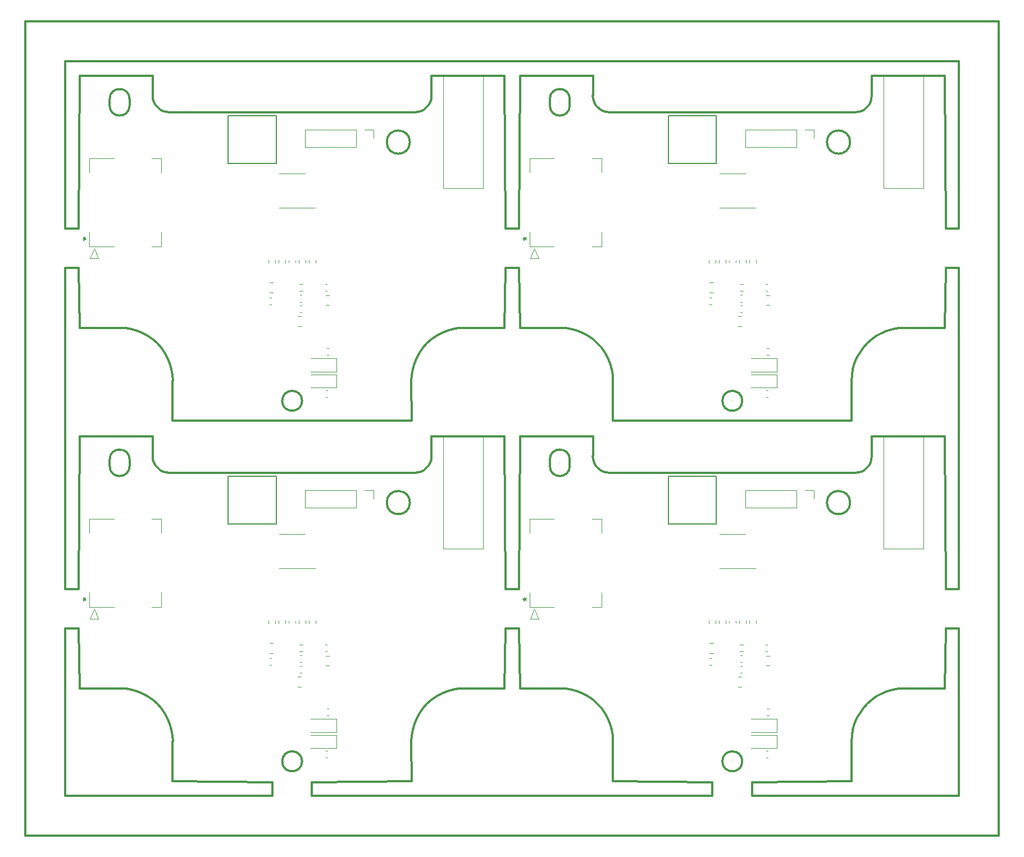
<source format=gto>
%TF.GenerationSoftware,KiCad,Pcbnew,(6.0.0)*%
%TF.CreationDate,2022-02-12T17:38:03+08:00*%
%TF.ProjectId,SX7H02050048PB,53583748-3032-4303-9530-30343850422e,rev?*%
%TF.SameCoordinates,Original*%
%TF.FileFunction,Legend,Top*%
%TF.FilePolarity,Positive*%
%FSLAX46Y46*%
G04 Gerber Fmt 4.6, Leading zero omitted, Abs format (unit mm)*
G04 Created by KiCad (PCBNEW (6.0.0)) date 2022-02-12 17:38:03*
%MOMM*%
%LPD*%
G01*
G04 APERTURE LIST*
%TA.AperFunction,Profile*%
%ADD10C,0.350000*%
%TD*%
%TA.AperFunction,Profile*%
%ADD11C,0.010049*%
%TD*%
%TA.AperFunction,Profile*%
%ADD12C,0.010050*%
%TD*%
%ADD13C,0.150000*%
%ADD14C,0.120000*%
G04 APERTURE END LIST*
D10*
X129525000Y-134700122D02*
X129525000Y-136700122D01*
X123525000Y-134700122D02*
X123525000Y-136700122D01*
X129525000Y-136700122D02*
X160700000Y-136700122D01*
X63175000Y-136700122D02*
X123525000Y-136700122D01*
X129525000Y-134700122D02*
X144525000Y-134525122D01*
X108525000Y-134525122D02*
X123525000Y-134700122D01*
X63175000Y-134700122D02*
X63175000Y-136700122D01*
X57175000Y-134700122D02*
X57175000Y-136700122D01*
X26000000Y-136700122D02*
X57175000Y-136700122D01*
X63175000Y-134700122D02*
X78175000Y-134525122D01*
X42175000Y-134525122D02*
X57175000Y-134700122D01*
X158700000Y-111525091D02*
X160700000Y-111525091D01*
X158700000Y-105525091D02*
X160700000Y-105525091D01*
X160700000Y-111525091D02*
X160700000Y-136700122D01*
X160700000Y-57175030D02*
X160700000Y-105525091D01*
X158700000Y-111525091D02*
X158525000Y-120525122D01*
X158525000Y-82525061D02*
X158700000Y-105525091D01*
X92350000Y-111525091D02*
X94350000Y-111525091D01*
X92350000Y-105525091D02*
X94350000Y-105525091D01*
X94350000Y-111525091D02*
X94525000Y-120525122D01*
X94525000Y-82525061D02*
X94350000Y-105525091D01*
X92350000Y-111525091D02*
X92175000Y-120525122D01*
X92175000Y-82525061D02*
X92350000Y-105525091D01*
X26000000Y-111525091D02*
X28000000Y-111525091D01*
X26000000Y-105525091D02*
X28000000Y-105525091D01*
X28000000Y-111525091D02*
X28175000Y-120525122D01*
X28175000Y-82525061D02*
X28000000Y-105525091D01*
X26000000Y-111525091D02*
X26000000Y-136700122D01*
X26000000Y-57175030D02*
X26000000Y-105525091D01*
X158700000Y-57175030D02*
X160700000Y-57175030D01*
X158700000Y-51175030D02*
X160700000Y-51175030D01*
X160700000Y-26000000D02*
X160700000Y-51175030D01*
X158700000Y-57175030D02*
X158525000Y-66175061D01*
X158525000Y-28175000D02*
X158700000Y-51175030D01*
X92350000Y-57175030D02*
X94350000Y-57175030D01*
X92350000Y-51175030D02*
X94350000Y-51175030D01*
X94350000Y-57175030D02*
X94525000Y-66175061D01*
X94525000Y-28175000D02*
X94350000Y-51175030D01*
X92350000Y-57175030D02*
X92175000Y-66175061D01*
X92175000Y-28175000D02*
X92350000Y-51175030D01*
X26000000Y-57175030D02*
X28000000Y-57175030D01*
X26000000Y-51175030D02*
X28000000Y-51175030D01*
X28000000Y-57175030D02*
X28175000Y-66175061D01*
X28175000Y-28175000D02*
X28000000Y-51175030D01*
X26000000Y-26000000D02*
X26000000Y-51175030D01*
X107063636Y-87845923D02*
X106629371Y-87613806D01*
X108336707Y-126742102D02*
X108487220Y-127627966D01*
X147529212Y-122260596D02*
X148262061Y-121740637D01*
X107309485Y-124262122D02*
X107744117Y-125048560D01*
X105525000Y-85525061D02*
X105525000Y-82525061D01*
X108025000Y-88037146D02*
X107534888Y-87988928D01*
X144525000Y-134525122D02*
X144512427Y-128525122D01*
X107534888Y-87988928D02*
X107063636Y-87845923D01*
X144713294Y-126742102D02*
X144962073Y-125878699D01*
X144512427Y-128525122D02*
X144562781Y-127627966D01*
X106789527Y-123529334D02*
X107309485Y-124262122D01*
X145740516Y-124262122D02*
X146260474Y-123529334D01*
X105704139Y-86486426D02*
X105561133Y-86015173D01*
X147113746Y-86920691D02*
X146801307Y-87301367D01*
X149878638Y-120962134D02*
X150742041Y-120713355D01*
X99025000Y-87019080D02*
X99025000Y-86019080D01*
X108087928Y-125878699D02*
X108336707Y-126742102D01*
X105525000Y-82525061D02*
X94525000Y-82525061D01*
X128028967Y-131525122D02*
G75*
G03*
X128028967Y-131525122I-1499999J0D01*
G01*
X147525000Y-85525061D02*
X147537085Y-85525061D01*
X107744117Y-125048560D02*
X108087928Y-125878699D01*
X158525000Y-82525061D02*
X147525000Y-82525061D01*
X105936255Y-86920691D02*
X105704139Y-86486426D01*
X108487220Y-127627966D02*
X108537574Y-128525122D01*
X105512915Y-85525061D02*
X105525000Y-85525061D01*
X150742041Y-120713355D02*
X151627906Y-120562842D01*
X144285436Y-92520422D02*
G75*
G03*
X144285436Y-92520422I-1749999J0D01*
G01*
X102025000Y-86019080D02*
G75*
G03*
X99025000Y-86019080I-1500000J0D01*
G01*
X99025000Y-87019080D02*
G75*
G03*
X102025000Y-87019080I1500000J0D01*
G01*
X144562781Y-127627966D02*
X144713294Y-126742102D01*
X103171363Y-120962134D02*
X104001502Y-121306006D01*
X108537574Y-128525122D02*
X108525000Y-128525122D01*
X101422095Y-120562842D02*
X102307959Y-120713355D01*
X146260474Y-123529334D02*
X146859229Y-122859351D01*
X148262061Y-121740637D02*
X149048499Y-121306006D01*
D11*
X126533992Y-131525122D02*
G75*
G03*
X126533992Y-131525122I-5024J0D01*
G01*
D10*
X152525000Y-120525122D02*
X158525000Y-120525122D01*
X106190772Y-122859351D02*
X106789527Y-123529334D01*
X94525000Y-120525122D02*
X100525000Y-120512488D01*
X147537085Y-85525061D02*
X147488868Y-86015173D01*
X146859229Y-122859351D02*
X147529212Y-122260596D01*
X145305884Y-125048560D02*
X145740516Y-124262122D01*
X106248694Y-87301367D02*
X105936255Y-86920691D01*
D11*
X142540461Y-92520422D02*
G75*
G03*
X142540461Y-92520422I-5024J0D01*
G01*
D10*
X105520789Y-122260596D02*
X106190772Y-122859351D01*
X147488868Y-86015173D02*
X147345862Y-86486426D01*
X152525000Y-120512488D02*
X152525000Y-120525122D01*
X145025000Y-88025061D02*
X108025000Y-88025061D01*
X145515113Y-87988928D02*
X145025000Y-88037146D01*
X102025000Y-86019080D02*
X102025000Y-87019080D01*
X147345862Y-86486426D02*
X147113746Y-86920691D01*
X104787940Y-121740637D02*
X105520789Y-122260596D01*
X108025000Y-88025061D02*
X108025000Y-88037146D01*
X147525000Y-82525061D02*
X147525000Y-85525061D01*
X145986365Y-87845923D02*
X145515113Y-87988928D01*
X146801307Y-87301367D02*
X146420630Y-87613806D01*
X149048499Y-121306006D02*
X149878638Y-120962134D01*
X145025000Y-88037146D02*
X145025000Y-88025061D01*
X102307959Y-120713355D02*
X103171363Y-120962134D01*
X144962073Y-125878699D02*
X145305884Y-125048560D01*
D12*
X100530025Y-86519080D02*
G75*
G03*
X100530025Y-86519080I-5025J0D01*
G01*
D10*
X146420630Y-87613806D02*
X145986365Y-87845923D01*
X151627906Y-120562842D02*
X152525000Y-120512488D01*
X104001502Y-121306006D02*
X104787940Y-121740637D01*
X100525000Y-120512488D02*
X101422095Y-120562842D01*
X106629371Y-87613806D02*
X106248694Y-87301367D01*
X105561133Y-86015173D02*
X105512915Y-85525061D01*
X108525000Y-128525122D02*
X108525000Y-134525122D01*
D13*
X116894998Y-88540114D02*
X124133998Y-88540114D01*
X124133998Y-88540114D02*
X124133998Y-95779114D01*
X124133998Y-95779114D02*
X116894998Y-95779114D01*
X116894998Y-95779114D02*
X116894998Y-88540114D01*
D10*
X40713636Y-87845923D02*
X40279371Y-87613806D01*
X41986707Y-126742102D02*
X42137220Y-127627966D01*
X81179212Y-122260596D02*
X81912061Y-121740637D01*
X40959485Y-124262122D02*
X41394117Y-125048560D01*
X39175000Y-85525061D02*
X39175000Y-82525061D01*
X41675000Y-88037146D02*
X41184888Y-87988928D01*
X78175000Y-134525122D02*
X78162427Y-128525122D01*
X41184888Y-87988928D02*
X40713636Y-87845923D01*
X78363294Y-126742102D02*
X78612073Y-125878699D01*
X78162427Y-128525122D02*
X78212781Y-127627966D01*
X40439527Y-123529334D02*
X40959485Y-124262122D01*
X79390516Y-124262122D02*
X79910474Y-123529334D01*
X39354139Y-86486426D02*
X39211133Y-86015173D01*
X80763746Y-86920691D02*
X80451307Y-87301367D01*
X83528638Y-120962134D02*
X84392041Y-120713355D01*
X32675000Y-87019080D02*
X32675000Y-86019080D01*
X41737928Y-125878699D02*
X41986707Y-126742102D01*
X39175000Y-82525061D02*
X28175000Y-82525061D01*
X61678967Y-131525122D02*
G75*
G03*
X61678967Y-131525122I-1499999J0D01*
G01*
X81175000Y-85525061D02*
X81187085Y-85525061D01*
X41394117Y-125048560D02*
X41737928Y-125878699D01*
X92175000Y-82525061D02*
X81175000Y-82525061D01*
X39586255Y-86920691D02*
X39354139Y-86486426D01*
X42137220Y-127627966D02*
X42187574Y-128525122D01*
X39162915Y-85525061D02*
X39175000Y-85525061D01*
X84392041Y-120713355D02*
X85277906Y-120562842D01*
X77935436Y-92520422D02*
G75*
G03*
X77935436Y-92520422I-1749999J0D01*
G01*
X35675000Y-86019080D02*
G75*
G03*
X32675000Y-86019080I-1500000J0D01*
G01*
X32675000Y-87019080D02*
G75*
G03*
X35675000Y-87019080I1500000J0D01*
G01*
X78212781Y-127627966D02*
X78363294Y-126742102D01*
X36821363Y-120962134D02*
X37651502Y-121306006D01*
X42187574Y-128525122D02*
X42175000Y-128525122D01*
X35072095Y-120562842D02*
X35957959Y-120713355D01*
X79910474Y-123529334D02*
X80509229Y-122859351D01*
X81912061Y-121740637D02*
X82698499Y-121306006D01*
D11*
X60183992Y-131525122D02*
G75*
G03*
X60183992Y-131525122I-5024J0D01*
G01*
D10*
X86175000Y-120525122D02*
X92175000Y-120525122D01*
X39840772Y-122859351D02*
X40439527Y-123529334D01*
X28175000Y-120525122D02*
X34175000Y-120512488D01*
X81187085Y-85525061D02*
X81138868Y-86015173D01*
X80509229Y-122859351D02*
X81179212Y-122260596D01*
X78955884Y-125048560D02*
X79390516Y-124262122D01*
X39898694Y-87301367D02*
X39586255Y-86920691D01*
D11*
X76190461Y-92520422D02*
G75*
G03*
X76190461Y-92520422I-5024J0D01*
G01*
D10*
X39170789Y-122260596D02*
X39840772Y-122859351D01*
X81138868Y-86015173D02*
X80995862Y-86486426D01*
X86175000Y-120512488D02*
X86175000Y-120525122D01*
X78675000Y-88025061D02*
X41675000Y-88025061D01*
X79165113Y-87988928D02*
X78675000Y-88037146D01*
X35675000Y-86019080D02*
X35675000Y-87019080D01*
X80995862Y-86486426D02*
X80763746Y-86920691D01*
X38437940Y-121740637D02*
X39170789Y-122260596D01*
X41675000Y-88025061D02*
X41675000Y-88037146D01*
X81175000Y-82525061D02*
X81175000Y-85525061D01*
X79636365Y-87845923D02*
X79165113Y-87988928D01*
X80451307Y-87301367D02*
X80070630Y-87613806D01*
X82698499Y-121306006D02*
X83528638Y-120962134D01*
X78675000Y-88037146D02*
X78675000Y-88025061D01*
X35957959Y-120713355D02*
X36821363Y-120962134D01*
X78612073Y-125878699D02*
X78955884Y-125048560D01*
D12*
X34180025Y-86519080D02*
G75*
G03*
X34180025Y-86519080I-5025J0D01*
G01*
D10*
X80070630Y-87613806D02*
X79636365Y-87845923D01*
X85277906Y-120562842D02*
X86175000Y-120512488D01*
X37651502Y-121306006D02*
X38437940Y-121740637D01*
X34175000Y-120512488D02*
X35072095Y-120562842D01*
X40279371Y-87613806D02*
X39898694Y-87301367D01*
X39211133Y-86015173D02*
X39162915Y-85525061D01*
X42175000Y-128525122D02*
X42175000Y-134525122D01*
D13*
X50544998Y-88540114D02*
X57783998Y-88540114D01*
X57783998Y-88540114D02*
X57783998Y-95779114D01*
X57783998Y-95779114D02*
X50544998Y-95779114D01*
X50544998Y-95779114D02*
X50544998Y-88540114D01*
D10*
X107063636Y-33495862D02*
X106629371Y-33263745D01*
X108336707Y-72392041D02*
X108487220Y-73277905D01*
X147529212Y-67910535D02*
X148262061Y-67390576D01*
X107309485Y-69912061D02*
X107744117Y-70698499D01*
X105525000Y-31175000D02*
X105525000Y-28175000D01*
X108025000Y-33687085D02*
X107534888Y-33638867D01*
X144525000Y-80175061D02*
X144512427Y-74175061D01*
X107534888Y-33638867D02*
X107063636Y-33495862D01*
X144713294Y-72392041D02*
X144962073Y-71528638D01*
X144512427Y-74175061D02*
X144562781Y-73277905D01*
X106789527Y-69179273D02*
X107309485Y-69912061D01*
X145740516Y-69912061D02*
X146260474Y-69179273D01*
X105704139Y-32136365D02*
X105561133Y-31665112D01*
X147113746Y-32570630D02*
X146801307Y-32951306D01*
X149878638Y-66612073D02*
X150742041Y-66363294D01*
X99025000Y-32669019D02*
X99025000Y-31669019D01*
X108087928Y-71528638D02*
X108336707Y-72392041D01*
X105525000Y-28175000D02*
X94525000Y-28175000D01*
X128028967Y-77175061D02*
G75*
G03*
X128028967Y-77175061I-1499999J0D01*
G01*
X147525000Y-31175000D02*
X147537085Y-31175000D01*
X107744117Y-70698499D02*
X108087928Y-71528638D01*
X158525000Y-28175000D02*
X147525000Y-28175000D01*
X105936255Y-32570630D02*
X105704139Y-32136365D01*
X108487220Y-73277905D02*
X108537574Y-74175061D01*
X105512915Y-31175000D02*
X105525000Y-31175000D01*
X150742041Y-66363294D02*
X151627906Y-66212781D01*
X144285436Y-38170361D02*
G75*
G03*
X144285436Y-38170361I-1749999J0D01*
G01*
X102025000Y-31669019D02*
G75*
G03*
X99025000Y-31669019I-1500000J0D01*
G01*
X99025000Y-32669019D02*
G75*
G03*
X102025000Y-32669019I1500000J0D01*
G01*
X144562781Y-73277905D02*
X144713294Y-72392041D01*
X103171363Y-66612073D02*
X104001502Y-66955945D01*
X108537574Y-74175061D02*
X108525000Y-74175061D01*
X101422095Y-66212781D02*
X102307959Y-66363294D01*
X146260474Y-69179273D02*
X146859229Y-68509290D01*
X148262061Y-67390576D02*
X149048499Y-66955945D01*
X108525000Y-80175061D02*
X144525000Y-80175061D01*
D11*
X126533992Y-77175061D02*
G75*
G03*
X126533992Y-77175061I-5024J0D01*
G01*
D10*
X152525000Y-66175061D02*
X158525000Y-66175061D01*
X106190772Y-68509290D02*
X106789527Y-69179273D01*
X94525000Y-66175061D02*
X100525000Y-66162427D01*
X147537085Y-31175000D02*
X147488868Y-31665112D01*
X146859229Y-68509290D02*
X147529212Y-67910535D01*
X145305884Y-70698499D02*
X145740516Y-69912061D01*
X106248694Y-32951306D02*
X105936255Y-32570630D01*
D11*
X142540461Y-38170361D02*
G75*
G03*
X142540461Y-38170361I-5024J0D01*
G01*
D10*
X105520789Y-67910535D02*
X106190772Y-68509290D01*
X147488868Y-31665112D02*
X147345862Y-32136365D01*
X152525000Y-66162427D02*
X152525000Y-66175061D01*
X145025000Y-33675000D02*
X108025000Y-33675000D01*
X145515113Y-33638867D02*
X145025000Y-33687085D01*
X102025000Y-31669019D02*
X102025000Y-32669019D01*
X147345862Y-32136365D02*
X147113746Y-32570630D01*
X104787940Y-67390576D02*
X105520789Y-67910535D01*
X108025000Y-33675000D02*
X108025000Y-33687085D01*
X147525000Y-28175000D02*
X147525000Y-31175000D01*
X145986365Y-33495862D02*
X145515113Y-33638867D01*
X146801307Y-32951306D02*
X146420630Y-33263745D01*
X149048499Y-66955945D02*
X149878638Y-66612073D01*
X145025000Y-33687085D02*
X145025000Y-33675000D01*
X102307959Y-66363294D02*
X103171363Y-66612073D01*
X144962073Y-71528638D02*
X145305884Y-70698499D01*
D12*
X100530025Y-32169019D02*
G75*
G03*
X100530025Y-32169019I-5025J0D01*
G01*
D10*
X146420630Y-33263745D02*
X145986365Y-33495862D01*
X151627906Y-66212781D02*
X152525000Y-66162427D01*
X104001502Y-66955945D02*
X104787940Y-67390576D01*
X100525000Y-66162427D02*
X101422095Y-66212781D01*
X106629371Y-33263745D02*
X106248694Y-32951306D01*
X105561133Y-31665112D02*
X105512915Y-31175000D01*
X108525000Y-74175061D02*
X108525000Y-80175061D01*
D13*
X116894998Y-34190053D02*
X124133998Y-34190053D01*
X124133998Y-34190053D02*
X124133998Y-41429053D01*
X124133998Y-41429053D02*
X116894998Y-41429053D01*
X116894998Y-41429053D02*
X116894998Y-34190053D01*
D10*
X40713636Y-33495862D02*
X40279371Y-33263745D01*
X41986707Y-72392041D02*
X42137220Y-73277905D01*
X81179212Y-67910535D02*
X81912061Y-67390576D01*
X40959485Y-69912061D02*
X41394117Y-70698499D01*
X39175000Y-31175000D02*
X39175000Y-28175000D01*
X41675000Y-33687085D02*
X41184888Y-33638867D01*
X78175000Y-80175061D02*
X78162427Y-74175061D01*
X41184888Y-33638867D02*
X40713636Y-33495862D01*
X78363294Y-72392041D02*
X78612073Y-71528638D01*
X78162427Y-74175061D02*
X78212781Y-73277905D01*
X40439527Y-69179273D02*
X40959485Y-69912061D01*
X79390516Y-69912061D02*
X79910474Y-69179273D01*
X39354139Y-32136365D02*
X39211133Y-31665112D01*
X80763746Y-32570630D02*
X80451307Y-32951306D01*
X83528638Y-66612073D02*
X84392041Y-66363294D01*
X32675000Y-32669019D02*
X32675000Y-31669019D01*
X41737928Y-71528638D02*
X41986707Y-72392041D01*
X39175000Y-28175000D02*
X28175000Y-28175000D01*
X61678967Y-77175061D02*
G75*
G03*
X61678967Y-77175061I-1499999J0D01*
G01*
X81175000Y-31175000D02*
X81187085Y-31175000D01*
X41394117Y-70698499D02*
X41737928Y-71528638D01*
X92175000Y-28175000D02*
X81175000Y-28175000D01*
X39586255Y-32570630D02*
X39354139Y-32136365D01*
X42137220Y-73277905D02*
X42187574Y-74175061D01*
X39162915Y-31175000D02*
X39175000Y-31175000D01*
X84392041Y-66363294D02*
X85277906Y-66212781D01*
X77935436Y-38170361D02*
G75*
G03*
X77935436Y-38170361I-1749999J0D01*
G01*
X35675000Y-31669019D02*
G75*
G03*
X32675000Y-31669019I-1500000J0D01*
G01*
X32675000Y-32669019D02*
G75*
G03*
X35675000Y-32669019I1500000J0D01*
G01*
X78212781Y-73277905D02*
X78363294Y-72392041D01*
X36821363Y-66612073D02*
X37651502Y-66955945D01*
X42187574Y-74175061D02*
X42175000Y-74175061D01*
X35072095Y-66212781D02*
X35957959Y-66363294D01*
X79910474Y-69179273D02*
X80509229Y-68509290D01*
X81912061Y-67390576D02*
X82698499Y-66955945D01*
X42175000Y-80175061D02*
X78175000Y-80175061D01*
D11*
X60183992Y-77175061D02*
G75*
G03*
X60183992Y-77175061I-5024J0D01*
G01*
D10*
X86175000Y-66175061D02*
X92175000Y-66175061D01*
X39840772Y-68509290D02*
X40439527Y-69179273D01*
X28175000Y-66175061D02*
X34175000Y-66162427D01*
X81187085Y-31175000D02*
X81138868Y-31665112D01*
X80509229Y-68509290D02*
X81179212Y-67910535D01*
X78955884Y-70698499D02*
X79390516Y-69912061D01*
X39898694Y-32951306D02*
X39586255Y-32570630D01*
D11*
X76190461Y-38170361D02*
G75*
G03*
X76190461Y-38170361I-5024J0D01*
G01*
D10*
X39170789Y-67910535D02*
X39840772Y-68509290D01*
X81138868Y-31665112D02*
X80995862Y-32136365D01*
X86175000Y-66162427D02*
X86175000Y-66175061D01*
X78675000Y-33675000D02*
X41675000Y-33675000D01*
X79165113Y-33638867D02*
X78675000Y-33687085D01*
X35675000Y-31669019D02*
X35675000Y-32669019D01*
X80995862Y-32136365D02*
X80763746Y-32570630D01*
X38437940Y-67390576D02*
X39170789Y-67910535D01*
X41675000Y-33675000D02*
X41675000Y-33687085D01*
X81175000Y-28175000D02*
X81175000Y-31175000D01*
X79636365Y-33495862D02*
X79165113Y-33638867D01*
X80451307Y-32951306D02*
X80070630Y-33263745D01*
X82698499Y-66955945D02*
X83528638Y-66612073D01*
X78675000Y-33687085D02*
X78675000Y-33675000D01*
X35957959Y-66363294D02*
X36821363Y-66612073D01*
X78612073Y-71528638D02*
X78955884Y-70698499D01*
D12*
X34180025Y-32169019D02*
G75*
G03*
X34180025Y-32169019I-5025J0D01*
G01*
D10*
X80070630Y-33263745D02*
X79636365Y-33495862D01*
X85277906Y-66212781D02*
X86175000Y-66162427D01*
X37651502Y-66955945D02*
X38437940Y-67390576D01*
X34175000Y-66162427D02*
X35072095Y-66212781D01*
X40279371Y-33263745D02*
X39898694Y-32951306D01*
X39211133Y-31665112D02*
X39162915Y-31175000D01*
X42175000Y-74175061D02*
X42175000Y-80175061D01*
D13*
X50544998Y-34190053D02*
X57783998Y-34190053D01*
X57783998Y-34190053D02*
X57783998Y-41429053D01*
X57783998Y-41429053D02*
X50544998Y-41429053D01*
X50544998Y-41429053D02*
X50544998Y-34190053D01*
D10*
X26000000Y-26000000D02*
X160700000Y-26000000D01*
X20000000Y-20000000D02*
X20000000Y-142700122D01*
X20000000Y-142700122D02*
X166700000Y-142700122D01*
X166700000Y-20000000D02*
X166700000Y-142700122D01*
X20000000Y-20000000D02*
X166700000Y-20000000D01*
D13*
%TO.C,*%
%TO.C,J2*%
X95011378Y-107082114D02*
X95249474Y-107082114D01*
X95154236Y-107320209D02*
X95249474Y-107082114D01*
X95154236Y-106844018D01*
X95439950Y-107224971D02*
X95249474Y-107082114D01*
X95439950Y-106939256D01*
X28661378Y-107082114D02*
X28899474Y-107082114D01*
X28804236Y-107320209D02*
X28899474Y-107082114D01*
X28804236Y-106844018D01*
X29089950Y-107224971D02*
X28899474Y-107082114D01*
X29089950Y-106939256D01*
X95011378Y-52732053D02*
X95249474Y-52732053D01*
X95154236Y-52970148D02*
X95249474Y-52732053D01*
X95154236Y-52493957D01*
X95439950Y-52874910D02*
X95249474Y-52732053D01*
X95439950Y-52589195D01*
X28661378Y-52732053D02*
X28899474Y-52732053D01*
X28804236Y-52970148D02*
X28899474Y-52732053D01*
X28804236Y-52493957D01*
X29089950Y-52874910D02*
X28899474Y-52732053D01*
X29089950Y-52589195D01*
%TO.C,*%
D14*
%TO.C,C120*%
X127989578Y-116609114D02*
X127708418Y-116609114D01*
X127989578Y-115589114D02*
X127708418Y-115589114D01*
%TO.C,R109*%
X130117498Y-110748372D02*
X130117498Y-110273856D01*
X129072498Y-110748372D02*
X129072498Y-110273856D01*
%TO.C,C117*%
X131619746Y-115618114D02*
X132142250Y-115618114D01*
X131619746Y-117088114D02*
X132142250Y-117088114D01*
%TO.C,J2*%
X95975999Y-106073654D02*
X95975999Y-108253601D01*
X106825997Y-94953627D02*
X105346053Y-94953627D01*
X97335999Y-110031601D02*
X96065999Y-110031601D01*
X106825997Y-97133574D02*
X106825997Y-94953627D01*
X105346053Y-108253601D02*
X106825997Y-108253601D01*
X95975999Y-108253601D02*
X99655973Y-108253601D01*
X95975999Y-94953627D02*
X95975999Y-97133574D01*
X96700999Y-108507601D02*
X97335999Y-110031601D01*
X96065999Y-110031601D02*
X96700999Y-108507601D01*
X106825997Y-108253601D02*
X106825997Y-106073654D01*
X99655973Y-94953627D02*
X95975999Y-94953627D01*
%TO.C,L103*%
X128120256Y-114970614D02*
X127645740Y-114970614D01*
X128120256Y-113925614D02*
X127645740Y-113925614D01*
%TO.C,C116*%
X123110746Y-115183114D02*
X123633250Y-115183114D01*
X123110746Y-113713114D02*
X123633250Y-113713114D01*
%TO.C,D107*%
X133241998Y-127132114D02*
X129341998Y-127132114D01*
X133241998Y-127132114D02*
X133241998Y-125132114D01*
X133241998Y-125132114D02*
X129341998Y-125132114D01*
%TO.C,R116*%
X127548498Y-110748372D02*
X127548498Y-110273856D01*
X128593498Y-110748372D02*
X128593498Y-110273856D01*
%TO.C,J1*%
X155312998Y-82537114D02*
X155312998Y-99437114D01*
X149312998Y-82537114D02*
X149312998Y-99437114D01*
X149312998Y-82537114D02*
X155312998Y-82537114D01*
X149312998Y-99437114D02*
X155312998Y-99437114D01*
%TO.C,C135*%
X131894578Y-130960114D02*
X131613418Y-130960114D01*
X131894578Y-129940114D02*
X131613418Y-129940114D01*
%TO.C,D106*%
X133241998Y-129545114D02*
X133241998Y-127545114D01*
X133241998Y-127545114D02*
X129341998Y-127545114D01*
X133241998Y-129545114D02*
X129341998Y-129545114D01*
%TO.C,C122*%
X127056998Y-110370534D02*
X127056998Y-110651694D01*
X126036998Y-110370534D02*
X126036998Y-110651694D01*
%TO.C,R119*%
X122976498Y-110273856D02*
X122976498Y-110748372D01*
X124021498Y-110273856D02*
X124021498Y-110748372D01*
%TO.C,C119*%
X127890250Y-118793114D02*
X127367746Y-118793114D01*
X127890250Y-120263114D02*
X127367746Y-120263114D01*
%TO.C,C113*%
X123104418Y-116990114D02*
X123385578Y-116990114D01*
X123104418Y-115970114D02*
X123385578Y-115970114D01*
%TO.C,J101*%
X128508998Y-90639114D02*
X128508998Y-93299114D01*
X138788998Y-90639114D02*
X138788998Y-91969114D01*
X136188998Y-90639114D02*
X136188998Y-93299114D01*
X137458998Y-90639114D02*
X138788998Y-90639114D01*
X136188998Y-90639114D02*
X128508998Y-90639114D01*
X136188998Y-93299114D02*
X128508998Y-93299114D01*
%TO.C,C136*%
X132021578Y-123590114D02*
X131740418Y-123590114D01*
X132021578Y-124610114D02*
X131740418Y-124610114D01*
%TO.C,R110*%
X124500498Y-110273856D02*
X124500498Y-110748372D01*
X125545498Y-110273856D02*
X125545498Y-110748372D01*
%TO.C,U103*%
X126546998Y-102403114D02*
X129996998Y-102403114D01*
X126546998Y-97283114D02*
X124596998Y-97283114D01*
X126546998Y-97283114D02*
X128496998Y-97283114D01*
X126546998Y-102403114D02*
X124596998Y-102403114D01*
%TO.C,C118*%
X131520418Y-113976354D02*
X131801578Y-113976354D01*
X131520418Y-114996354D02*
X131801578Y-114996354D01*
%TO.C,C121*%
X127989578Y-118175354D02*
X127708418Y-118175354D01*
X127989578Y-117155354D02*
X127708418Y-117155354D01*
%TO.C,C120*%
X61639578Y-116609114D02*
X61358418Y-116609114D01*
X61639578Y-115589114D02*
X61358418Y-115589114D01*
%TO.C,R109*%
X63767498Y-110748372D02*
X63767498Y-110273856D01*
X62722498Y-110748372D02*
X62722498Y-110273856D01*
%TO.C,C117*%
X65269746Y-115618114D02*
X65792250Y-115618114D01*
X65269746Y-117088114D02*
X65792250Y-117088114D01*
%TO.C,J2*%
X29625999Y-106073654D02*
X29625999Y-108253601D01*
X40475997Y-94953627D02*
X38996053Y-94953627D01*
X30985999Y-110031601D02*
X29715999Y-110031601D01*
X40475997Y-97133574D02*
X40475997Y-94953627D01*
X38996053Y-108253601D02*
X40475997Y-108253601D01*
X29625999Y-108253601D02*
X33305973Y-108253601D01*
X29625999Y-94953627D02*
X29625999Y-97133574D01*
X30350999Y-108507601D02*
X30985999Y-110031601D01*
X29715999Y-110031601D02*
X30350999Y-108507601D01*
X40475997Y-108253601D02*
X40475997Y-106073654D01*
X33305973Y-94953627D02*
X29625999Y-94953627D01*
%TO.C,L103*%
X61770256Y-114970614D02*
X61295740Y-114970614D01*
X61770256Y-113925614D02*
X61295740Y-113925614D01*
%TO.C,C116*%
X56760746Y-115183114D02*
X57283250Y-115183114D01*
X56760746Y-113713114D02*
X57283250Y-113713114D01*
%TO.C,D107*%
X66891998Y-127132114D02*
X62991998Y-127132114D01*
X66891998Y-127132114D02*
X66891998Y-125132114D01*
X66891998Y-125132114D02*
X62991998Y-125132114D01*
%TO.C,R116*%
X61198498Y-110748372D02*
X61198498Y-110273856D01*
X62243498Y-110748372D02*
X62243498Y-110273856D01*
%TO.C,J1*%
X88962998Y-82537114D02*
X88962998Y-99437114D01*
X82962998Y-82537114D02*
X82962998Y-99437114D01*
X82962998Y-82537114D02*
X88962998Y-82537114D01*
X82962998Y-99437114D02*
X88962998Y-99437114D01*
%TO.C,C135*%
X65544578Y-130960114D02*
X65263418Y-130960114D01*
X65544578Y-129940114D02*
X65263418Y-129940114D01*
%TO.C,D106*%
X66891998Y-129545114D02*
X66891998Y-127545114D01*
X66891998Y-127545114D02*
X62991998Y-127545114D01*
X66891998Y-129545114D02*
X62991998Y-129545114D01*
%TO.C,C122*%
X60706998Y-110370534D02*
X60706998Y-110651694D01*
X59686998Y-110370534D02*
X59686998Y-110651694D01*
%TO.C,R119*%
X56626498Y-110273856D02*
X56626498Y-110748372D01*
X57671498Y-110273856D02*
X57671498Y-110748372D01*
%TO.C,C119*%
X61540250Y-118793114D02*
X61017746Y-118793114D01*
X61540250Y-120263114D02*
X61017746Y-120263114D01*
%TO.C,C113*%
X56754418Y-116990114D02*
X57035578Y-116990114D01*
X56754418Y-115970114D02*
X57035578Y-115970114D01*
%TO.C,J101*%
X62158998Y-90639114D02*
X62158998Y-93299114D01*
X72438998Y-90639114D02*
X72438998Y-91969114D01*
X69838998Y-90639114D02*
X69838998Y-93299114D01*
X71108998Y-90639114D02*
X72438998Y-90639114D01*
X69838998Y-90639114D02*
X62158998Y-90639114D01*
X69838998Y-93299114D02*
X62158998Y-93299114D01*
%TO.C,C136*%
X65671578Y-123590114D02*
X65390418Y-123590114D01*
X65671578Y-124610114D02*
X65390418Y-124610114D01*
%TO.C,R110*%
X58150498Y-110273856D02*
X58150498Y-110748372D01*
X59195498Y-110273856D02*
X59195498Y-110748372D01*
%TO.C,U103*%
X60196998Y-102403114D02*
X63646998Y-102403114D01*
X60196998Y-97283114D02*
X58246998Y-97283114D01*
X60196998Y-97283114D02*
X62146998Y-97283114D01*
X60196998Y-102403114D02*
X58246998Y-102403114D01*
%TO.C,C118*%
X65170418Y-113976354D02*
X65451578Y-113976354D01*
X65170418Y-114996354D02*
X65451578Y-114996354D01*
%TO.C,C121*%
X61639578Y-118175354D02*
X61358418Y-118175354D01*
X61639578Y-117155354D02*
X61358418Y-117155354D01*
%TO.C,C120*%
X127989578Y-62259053D02*
X127708418Y-62259053D01*
X127989578Y-61239053D02*
X127708418Y-61239053D01*
%TO.C,R109*%
X130117498Y-56398311D02*
X130117498Y-55923795D01*
X129072498Y-56398311D02*
X129072498Y-55923795D01*
%TO.C,C117*%
X131619746Y-61268053D02*
X132142250Y-61268053D01*
X131619746Y-62738053D02*
X132142250Y-62738053D01*
%TO.C,J2*%
X95975999Y-51723593D02*
X95975999Y-53903540D01*
X106825997Y-40603566D02*
X105346053Y-40603566D01*
X97335999Y-55681540D02*
X96065999Y-55681540D01*
X106825997Y-42783513D02*
X106825997Y-40603566D01*
X105346053Y-53903540D02*
X106825997Y-53903540D01*
X95975999Y-53903540D02*
X99655973Y-53903540D01*
X95975999Y-40603566D02*
X95975999Y-42783513D01*
X96700999Y-54157540D02*
X97335999Y-55681540D01*
X96065999Y-55681540D02*
X96700999Y-54157540D01*
X106825997Y-53903540D02*
X106825997Y-51723593D01*
X99655973Y-40603566D02*
X95975999Y-40603566D01*
%TO.C,L103*%
X128120256Y-60620553D02*
X127645740Y-60620553D01*
X128120256Y-59575553D02*
X127645740Y-59575553D01*
%TO.C,C116*%
X123110746Y-60833053D02*
X123633250Y-60833053D01*
X123110746Y-59363053D02*
X123633250Y-59363053D01*
%TO.C,D107*%
X133241998Y-72782053D02*
X129341998Y-72782053D01*
X133241998Y-72782053D02*
X133241998Y-70782053D01*
X133241998Y-70782053D02*
X129341998Y-70782053D01*
%TO.C,R116*%
X127548498Y-56398311D02*
X127548498Y-55923795D01*
X128593498Y-56398311D02*
X128593498Y-55923795D01*
%TO.C,J1*%
X155312998Y-28187053D02*
X155312998Y-45087053D01*
X149312998Y-28187053D02*
X149312998Y-45087053D01*
X149312998Y-28187053D02*
X155312998Y-28187053D01*
X149312998Y-45087053D02*
X155312998Y-45087053D01*
%TO.C,C135*%
X131894578Y-76610053D02*
X131613418Y-76610053D01*
X131894578Y-75590053D02*
X131613418Y-75590053D01*
%TO.C,D106*%
X133241998Y-75195053D02*
X133241998Y-73195053D01*
X133241998Y-73195053D02*
X129341998Y-73195053D01*
X133241998Y-75195053D02*
X129341998Y-75195053D01*
%TO.C,C122*%
X127056998Y-56020473D02*
X127056998Y-56301633D01*
X126036998Y-56020473D02*
X126036998Y-56301633D01*
%TO.C,R119*%
X122976498Y-55923795D02*
X122976498Y-56398311D01*
X124021498Y-55923795D02*
X124021498Y-56398311D01*
%TO.C,C119*%
X127890250Y-64443053D02*
X127367746Y-64443053D01*
X127890250Y-65913053D02*
X127367746Y-65913053D01*
%TO.C,C113*%
X123104418Y-62640053D02*
X123385578Y-62640053D01*
X123104418Y-61620053D02*
X123385578Y-61620053D01*
%TO.C,J101*%
X128508998Y-36289053D02*
X128508998Y-38949053D01*
X138788998Y-36289053D02*
X138788998Y-37619053D01*
X136188998Y-36289053D02*
X136188998Y-38949053D01*
X137458998Y-36289053D02*
X138788998Y-36289053D01*
X136188998Y-36289053D02*
X128508998Y-36289053D01*
X136188998Y-38949053D02*
X128508998Y-38949053D01*
%TO.C,C136*%
X132021578Y-69240053D02*
X131740418Y-69240053D01*
X132021578Y-70260053D02*
X131740418Y-70260053D01*
%TO.C,R110*%
X124500498Y-55923795D02*
X124500498Y-56398311D01*
X125545498Y-55923795D02*
X125545498Y-56398311D01*
%TO.C,U103*%
X126546998Y-48053053D02*
X129996998Y-48053053D01*
X126546998Y-42933053D02*
X124596998Y-42933053D01*
X126546998Y-42933053D02*
X128496998Y-42933053D01*
X126546998Y-48053053D02*
X124596998Y-48053053D01*
%TO.C,C118*%
X131520418Y-59626293D02*
X131801578Y-59626293D01*
X131520418Y-60646293D02*
X131801578Y-60646293D01*
%TO.C,C121*%
X127989578Y-63825293D02*
X127708418Y-63825293D01*
X127989578Y-62805293D02*
X127708418Y-62805293D01*
%TO.C,C120*%
X61639578Y-62259053D02*
X61358418Y-62259053D01*
X61639578Y-61239053D02*
X61358418Y-61239053D01*
%TO.C,R109*%
X63767498Y-56398311D02*
X63767498Y-55923795D01*
X62722498Y-56398311D02*
X62722498Y-55923795D01*
%TO.C,C117*%
X65269746Y-61268053D02*
X65792250Y-61268053D01*
X65269746Y-62738053D02*
X65792250Y-62738053D01*
%TO.C,J2*%
X29625999Y-51723593D02*
X29625999Y-53903540D01*
X40475997Y-40603566D02*
X38996053Y-40603566D01*
X30985999Y-55681540D02*
X29715999Y-55681540D01*
X40475997Y-42783513D02*
X40475997Y-40603566D01*
X38996053Y-53903540D02*
X40475997Y-53903540D01*
X29625999Y-53903540D02*
X33305973Y-53903540D01*
X29625999Y-40603566D02*
X29625999Y-42783513D01*
X30350999Y-54157540D02*
X30985999Y-55681540D01*
X29715999Y-55681540D02*
X30350999Y-54157540D01*
X40475997Y-53903540D02*
X40475997Y-51723593D01*
X33305973Y-40603566D02*
X29625999Y-40603566D01*
%TO.C,L103*%
X61770256Y-60620553D02*
X61295740Y-60620553D01*
X61770256Y-59575553D02*
X61295740Y-59575553D01*
%TO.C,C116*%
X56760746Y-60833053D02*
X57283250Y-60833053D01*
X56760746Y-59363053D02*
X57283250Y-59363053D01*
%TO.C,D107*%
X66891998Y-72782053D02*
X62991998Y-72782053D01*
X66891998Y-72782053D02*
X66891998Y-70782053D01*
X66891998Y-70782053D02*
X62991998Y-70782053D01*
%TO.C,R116*%
X61198498Y-56398311D02*
X61198498Y-55923795D01*
X62243498Y-56398311D02*
X62243498Y-55923795D01*
%TO.C,J1*%
X88962998Y-28187053D02*
X88962998Y-45087053D01*
X82962998Y-28187053D02*
X82962998Y-45087053D01*
X82962998Y-28187053D02*
X88962998Y-28187053D01*
X82962998Y-45087053D02*
X88962998Y-45087053D01*
%TO.C,C135*%
X65544578Y-76610053D02*
X65263418Y-76610053D01*
X65544578Y-75590053D02*
X65263418Y-75590053D01*
%TO.C,D106*%
X66891998Y-75195053D02*
X66891998Y-73195053D01*
X66891998Y-73195053D02*
X62991998Y-73195053D01*
X66891998Y-75195053D02*
X62991998Y-75195053D01*
%TO.C,C122*%
X60706998Y-56020473D02*
X60706998Y-56301633D01*
X59686998Y-56020473D02*
X59686998Y-56301633D01*
%TO.C,R119*%
X56626498Y-55923795D02*
X56626498Y-56398311D01*
X57671498Y-55923795D02*
X57671498Y-56398311D01*
%TO.C,C119*%
X61540250Y-64443053D02*
X61017746Y-64443053D01*
X61540250Y-65913053D02*
X61017746Y-65913053D01*
%TO.C,C113*%
X56754418Y-62640053D02*
X57035578Y-62640053D01*
X56754418Y-61620053D02*
X57035578Y-61620053D01*
%TO.C,J101*%
X62158998Y-36289053D02*
X62158998Y-38949053D01*
X72438998Y-36289053D02*
X72438998Y-37619053D01*
X69838998Y-36289053D02*
X69838998Y-38949053D01*
X71108998Y-36289053D02*
X72438998Y-36289053D01*
X69838998Y-36289053D02*
X62158998Y-36289053D01*
X69838998Y-38949053D02*
X62158998Y-38949053D01*
%TO.C,C136*%
X65671578Y-69240053D02*
X65390418Y-69240053D01*
X65671578Y-70260053D02*
X65390418Y-70260053D01*
%TO.C,R110*%
X58150498Y-55923795D02*
X58150498Y-56398311D01*
X59195498Y-55923795D02*
X59195498Y-56398311D01*
%TO.C,U103*%
X60196998Y-48053053D02*
X63646998Y-48053053D01*
X60196998Y-42933053D02*
X58246998Y-42933053D01*
X60196998Y-42933053D02*
X62146998Y-42933053D01*
X60196998Y-48053053D02*
X58246998Y-48053053D01*
%TO.C,C118*%
X65170418Y-59626293D02*
X65451578Y-59626293D01*
X65170418Y-60646293D02*
X65451578Y-60646293D01*
%TO.C,C121*%
X61639578Y-63825293D02*
X61358418Y-63825293D01*
X61639578Y-62805293D02*
X61358418Y-62805293D01*
%TD*%
M02*

</source>
